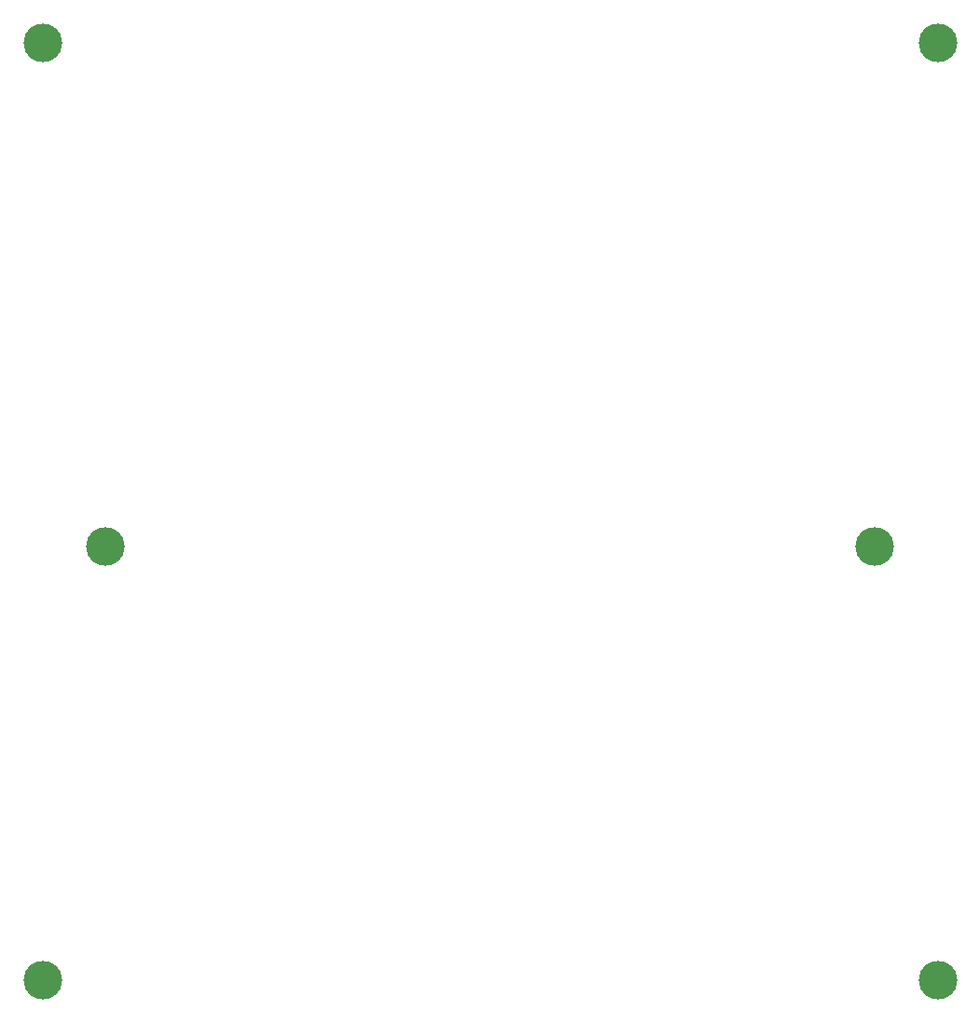
<source format=gtl>
%TF.GenerationSoftware,KiCad,Pcbnew,(5.1.8)-1*%
%TF.CreationDate,2021-03-23T23:22:00+01:00*%
%TF.ProjectId,ZX Interface 2021 FA1,5a582049-6e74-4657-9266-616365203230,rev?*%
%TF.SameCoordinates,Original*%
%TF.FileFunction,Copper,L1,Top*%
%TF.FilePolarity,Positive*%
%FSLAX46Y46*%
G04 Gerber Fmt 4.6, Leading zero omitted, Abs format (unit mm)*
G04 Created by KiCad (PCBNEW (5.1.8)-1) date 2021-03-23 23:22:00*
%MOMM*%
%LPD*%
G01*
G04 APERTURE LIST*
%TA.AperFunction,ComponentPad*%
%ADD10C,3.500000*%
%TD*%
G04 APERTURE END LIST*
D10*
%TO.P,M1,1*%
%TO.N,Net-(M1-Pad1)*%
X105410000Y-134620000D03*
%TD*%
%TO.P,M2,1*%
%TO.N,Net-(M1-Pad1)*%
X186690000Y-134620000D03*
%TD*%
%TO.P,M3,1*%
%TO.N,Net-(M1-Pad1)*%
X186690000Y-49530000D03*
%TD*%
%TO.P,M5,1*%
%TO.N,Net-(M1-Pad1)*%
X180975000Y-95250000D03*
%TD*%
%TO.P,M6,1*%
%TO.N,Net-(M1-Pad1)*%
X111125000Y-95250000D03*
%TD*%
%TO.P,M4,1*%
%TO.N,Net-(M1-Pad1)*%
X105410000Y-49530000D03*
%TD*%
M02*

</source>
